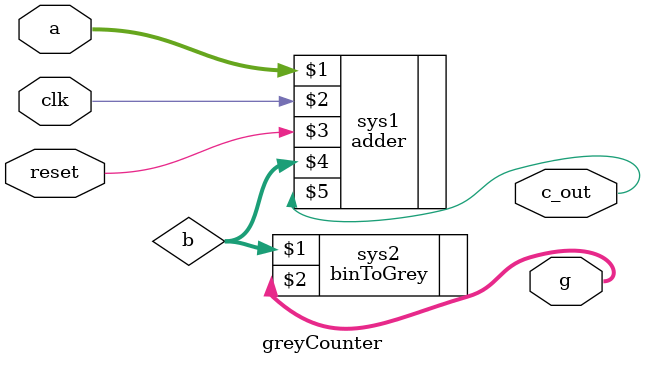
<source format=sv>
module greyCounter(
	input logic unsigned[3:0] a,
	input logic clk,
	input logic reset,
	output logic[3:0] g,
	output logic c_out);
logic [3:0] b;
adder sys1(a,clk,reset,b,c_out);
binToGrey sys2(b,g);

endmodule
</source>
